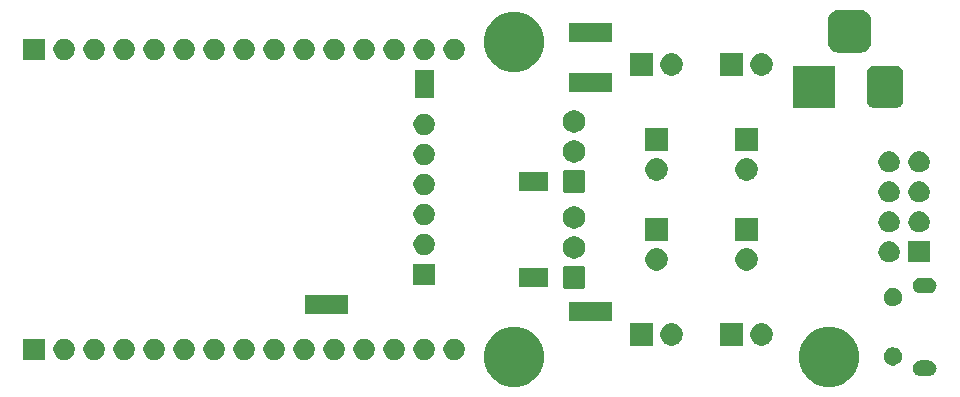
<source format=gbr>
G04 #@! TF.GenerationSoftware,KiCad,Pcbnew,(5.1.5-0-10_14)*
G04 #@! TF.CreationDate,2020-04-02T23:07:03-05:00*
G04 #@! TF.ProjectId,kbxIrBlaster,6b627849-7242-46c6-9173-7465722e6b69,rev?*
G04 #@! TF.SameCoordinates,Original*
G04 #@! TF.FileFunction,Soldermask,Bot*
G04 #@! TF.FilePolarity,Negative*
%FSLAX46Y46*%
G04 Gerber Fmt 4.6, Leading zero omitted, Abs format (unit mm)*
G04 Created by KiCad (PCBNEW (5.1.5-0-10_14)) date 2020-04-02 23:07:03*
%MOMM*%
%LPD*%
G04 APERTURE LIST*
%ADD10C,0.100000*%
G04 APERTURE END LIST*
D10*
G36*
X189339098Y-91527033D02*
G01*
X189803350Y-91719332D01*
X189803352Y-91719333D01*
X190221168Y-91998509D01*
X190576491Y-92353832D01*
X190806854Y-92698595D01*
X190855668Y-92771650D01*
X191047967Y-93235902D01*
X191146000Y-93728747D01*
X191146000Y-94231253D01*
X191047967Y-94724098D01*
X190895496Y-95092196D01*
X190855667Y-95188352D01*
X190576491Y-95606168D01*
X190221168Y-95961491D01*
X189803352Y-96240667D01*
X189803351Y-96240668D01*
X189803350Y-96240668D01*
X189339098Y-96432967D01*
X188846253Y-96531000D01*
X188343747Y-96531000D01*
X187850902Y-96432967D01*
X187386650Y-96240668D01*
X187386649Y-96240668D01*
X187386648Y-96240667D01*
X186968832Y-95961491D01*
X186613509Y-95606168D01*
X186334333Y-95188352D01*
X186294504Y-95092196D01*
X186142033Y-94724098D01*
X186044000Y-94231253D01*
X186044000Y-93728747D01*
X186142033Y-93235902D01*
X186334332Y-92771650D01*
X186383146Y-92698595D01*
X186613509Y-92353832D01*
X186968832Y-91998509D01*
X187386648Y-91719333D01*
X187386650Y-91719332D01*
X187850902Y-91527033D01*
X188343747Y-91429000D01*
X188846253Y-91429000D01*
X189339098Y-91527033D01*
G37*
G36*
X162669098Y-91527033D02*
G01*
X163133350Y-91719332D01*
X163133352Y-91719333D01*
X163551168Y-91998509D01*
X163906491Y-92353832D01*
X164136854Y-92698595D01*
X164185668Y-92771650D01*
X164377967Y-93235902D01*
X164476000Y-93728747D01*
X164476000Y-94231253D01*
X164377967Y-94724098D01*
X164225496Y-95092196D01*
X164185667Y-95188352D01*
X163906491Y-95606168D01*
X163551168Y-95961491D01*
X163133352Y-96240667D01*
X163133351Y-96240668D01*
X163133350Y-96240668D01*
X162669098Y-96432967D01*
X162176253Y-96531000D01*
X161673747Y-96531000D01*
X161180902Y-96432967D01*
X160716650Y-96240668D01*
X160716649Y-96240668D01*
X160716648Y-96240667D01*
X160298832Y-95961491D01*
X159943509Y-95606168D01*
X159664333Y-95188352D01*
X159624504Y-95092196D01*
X159472033Y-94724098D01*
X159374000Y-94231253D01*
X159374000Y-93728747D01*
X159472033Y-93235902D01*
X159664332Y-92771650D01*
X159713146Y-92698595D01*
X159943509Y-92353832D01*
X160298832Y-91998509D01*
X160716648Y-91719333D01*
X160716650Y-91719332D01*
X161180902Y-91527033D01*
X161673747Y-91429000D01*
X162176253Y-91429000D01*
X162669098Y-91527033D01*
G37*
G36*
X197104355Y-94292140D02*
G01*
X197168118Y-94298420D01*
X197258904Y-94325960D01*
X197290836Y-94335646D01*
X197403925Y-94396094D01*
X197503054Y-94477446D01*
X197584406Y-94576575D01*
X197644854Y-94689664D01*
X197644855Y-94689668D01*
X197682080Y-94812382D01*
X197694649Y-94940000D01*
X197682080Y-95067618D01*
X197674624Y-95092196D01*
X197644854Y-95190336D01*
X197584406Y-95303425D01*
X197503054Y-95402554D01*
X197403925Y-95483906D01*
X197290836Y-95544354D01*
X197258904Y-95554040D01*
X197168118Y-95581580D01*
X197104355Y-95587860D01*
X197072474Y-95591000D01*
X196308526Y-95591000D01*
X196276645Y-95587860D01*
X196212882Y-95581580D01*
X196122096Y-95554040D01*
X196090164Y-95544354D01*
X195977075Y-95483906D01*
X195877946Y-95402554D01*
X195796594Y-95303425D01*
X195736146Y-95190336D01*
X195706376Y-95092196D01*
X195698920Y-95067618D01*
X195686351Y-94940000D01*
X195698920Y-94812382D01*
X195736145Y-94689668D01*
X195736146Y-94689664D01*
X195796594Y-94576575D01*
X195877946Y-94477446D01*
X195977075Y-94396094D01*
X196090164Y-94335646D01*
X196122096Y-94325960D01*
X196212882Y-94298420D01*
X196276645Y-94292140D01*
X196308526Y-94289000D01*
X197072474Y-94289000D01*
X197104355Y-94292140D01*
G37*
G36*
X194216848Y-93193820D02*
G01*
X194216850Y-93193821D01*
X194216851Y-93193821D01*
X194358074Y-93252317D01*
X194358077Y-93252319D01*
X194485169Y-93337239D01*
X194593261Y-93445331D01*
X194678181Y-93572423D01*
X194678183Y-93572426D01*
X194736679Y-93713649D01*
X194736680Y-93713652D01*
X194766500Y-93863569D01*
X194766500Y-94016431D01*
X194760847Y-94044853D01*
X194736679Y-94166351D01*
X194678183Y-94307574D01*
X194678181Y-94307577D01*
X194593261Y-94434669D01*
X194485169Y-94542761D01*
X194358077Y-94627681D01*
X194358074Y-94627683D01*
X194216851Y-94686179D01*
X194216850Y-94686179D01*
X194216848Y-94686180D01*
X194066931Y-94716000D01*
X193914069Y-94716000D01*
X193764152Y-94686180D01*
X193764150Y-94686179D01*
X193764149Y-94686179D01*
X193622926Y-94627683D01*
X193622923Y-94627681D01*
X193495831Y-94542761D01*
X193387739Y-94434669D01*
X193302819Y-94307577D01*
X193302817Y-94307574D01*
X193244321Y-94166351D01*
X193220154Y-94044853D01*
X193214500Y-94016431D01*
X193214500Y-93863569D01*
X193244320Y-93713652D01*
X193244321Y-93713649D01*
X193302817Y-93572426D01*
X193302819Y-93572423D01*
X193387739Y-93445331D01*
X193495831Y-93337239D01*
X193622923Y-93252319D01*
X193622926Y-93252317D01*
X193764149Y-93193821D01*
X193764150Y-93193821D01*
X193764152Y-93193820D01*
X193914069Y-93164000D01*
X194066931Y-93164000D01*
X194216848Y-93193820D01*
G37*
G36*
X122186000Y-94246000D02*
G01*
X120384000Y-94246000D01*
X120384000Y-92444000D01*
X122186000Y-92444000D01*
X122186000Y-94246000D01*
G37*
G36*
X123938512Y-92448927D02*
G01*
X124087812Y-92478624D01*
X124251784Y-92546544D01*
X124399354Y-92645147D01*
X124524853Y-92770646D01*
X124623456Y-92918216D01*
X124691376Y-93082188D01*
X124726000Y-93256259D01*
X124726000Y-93433741D01*
X124691376Y-93607812D01*
X124623456Y-93771784D01*
X124524853Y-93919354D01*
X124399354Y-94044853D01*
X124251784Y-94143456D01*
X124087812Y-94211376D01*
X123938512Y-94241073D01*
X123913742Y-94246000D01*
X123736258Y-94246000D01*
X123711488Y-94241073D01*
X123562188Y-94211376D01*
X123398216Y-94143456D01*
X123250646Y-94044853D01*
X123125147Y-93919354D01*
X123026544Y-93771784D01*
X122958624Y-93607812D01*
X122924000Y-93433741D01*
X122924000Y-93256259D01*
X122958624Y-93082188D01*
X123026544Y-92918216D01*
X123125147Y-92770646D01*
X123250646Y-92645147D01*
X123398216Y-92546544D01*
X123562188Y-92478624D01*
X123711488Y-92448927D01*
X123736258Y-92444000D01*
X123913742Y-92444000D01*
X123938512Y-92448927D01*
G37*
G36*
X126478512Y-92448927D02*
G01*
X126627812Y-92478624D01*
X126791784Y-92546544D01*
X126939354Y-92645147D01*
X127064853Y-92770646D01*
X127163456Y-92918216D01*
X127231376Y-93082188D01*
X127266000Y-93256259D01*
X127266000Y-93433741D01*
X127231376Y-93607812D01*
X127163456Y-93771784D01*
X127064853Y-93919354D01*
X126939354Y-94044853D01*
X126791784Y-94143456D01*
X126627812Y-94211376D01*
X126478512Y-94241073D01*
X126453742Y-94246000D01*
X126276258Y-94246000D01*
X126251488Y-94241073D01*
X126102188Y-94211376D01*
X125938216Y-94143456D01*
X125790646Y-94044853D01*
X125665147Y-93919354D01*
X125566544Y-93771784D01*
X125498624Y-93607812D01*
X125464000Y-93433741D01*
X125464000Y-93256259D01*
X125498624Y-93082188D01*
X125566544Y-92918216D01*
X125665147Y-92770646D01*
X125790646Y-92645147D01*
X125938216Y-92546544D01*
X126102188Y-92478624D01*
X126251488Y-92448927D01*
X126276258Y-92444000D01*
X126453742Y-92444000D01*
X126478512Y-92448927D01*
G37*
G36*
X129018512Y-92448927D02*
G01*
X129167812Y-92478624D01*
X129331784Y-92546544D01*
X129479354Y-92645147D01*
X129604853Y-92770646D01*
X129703456Y-92918216D01*
X129771376Y-93082188D01*
X129806000Y-93256259D01*
X129806000Y-93433741D01*
X129771376Y-93607812D01*
X129703456Y-93771784D01*
X129604853Y-93919354D01*
X129479354Y-94044853D01*
X129331784Y-94143456D01*
X129167812Y-94211376D01*
X129018512Y-94241073D01*
X128993742Y-94246000D01*
X128816258Y-94246000D01*
X128791488Y-94241073D01*
X128642188Y-94211376D01*
X128478216Y-94143456D01*
X128330646Y-94044853D01*
X128205147Y-93919354D01*
X128106544Y-93771784D01*
X128038624Y-93607812D01*
X128004000Y-93433741D01*
X128004000Y-93256259D01*
X128038624Y-93082188D01*
X128106544Y-92918216D01*
X128205147Y-92770646D01*
X128330646Y-92645147D01*
X128478216Y-92546544D01*
X128642188Y-92478624D01*
X128791488Y-92448927D01*
X128816258Y-92444000D01*
X128993742Y-92444000D01*
X129018512Y-92448927D01*
G37*
G36*
X131558512Y-92448927D02*
G01*
X131707812Y-92478624D01*
X131871784Y-92546544D01*
X132019354Y-92645147D01*
X132144853Y-92770646D01*
X132243456Y-92918216D01*
X132311376Y-93082188D01*
X132346000Y-93256259D01*
X132346000Y-93433741D01*
X132311376Y-93607812D01*
X132243456Y-93771784D01*
X132144853Y-93919354D01*
X132019354Y-94044853D01*
X131871784Y-94143456D01*
X131707812Y-94211376D01*
X131558512Y-94241073D01*
X131533742Y-94246000D01*
X131356258Y-94246000D01*
X131331488Y-94241073D01*
X131182188Y-94211376D01*
X131018216Y-94143456D01*
X130870646Y-94044853D01*
X130745147Y-93919354D01*
X130646544Y-93771784D01*
X130578624Y-93607812D01*
X130544000Y-93433741D01*
X130544000Y-93256259D01*
X130578624Y-93082188D01*
X130646544Y-92918216D01*
X130745147Y-92770646D01*
X130870646Y-92645147D01*
X131018216Y-92546544D01*
X131182188Y-92478624D01*
X131331488Y-92448927D01*
X131356258Y-92444000D01*
X131533742Y-92444000D01*
X131558512Y-92448927D01*
G37*
G36*
X134098512Y-92448927D02*
G01*
X134247812Y-92478624D01*
X134411784Y-92546544D01*
X134559354Y-92645147D01*
X134684853Y-92770646D01*
X134783456Y-92918216D01*
X134851376Y-93082188D01*
X134886000Y-93256259D01*
X134886000Y-93433741D01*
X134851376Y-93607812D01*
X134783456Y-93771784D01*
X134684853Y-93919354D01*
X134559354Y-94044853D01*
X134411784Y-94143456D01*
X134247812Y-94211376D01*
X134098512Y-94241073D01*
X134073742Y-94246000D01*
X133896258Y-94246000D01*
X133871488Y-94241073D01*
X133722188Y-94211376D01*
X133558216Y-94143456D01*
X133410646Y-94044853D01*
X133285147Y-93919354D01*
X133186544Y-93771784D01*
X133118624Y-93607812D01*
X133084000Y-93433741D01*
X133084000Y-93256259D01*
X133118624Y-93082188D01*
X133186544Y-92918216D01*
X133285147Y-92770646D01*
X133410646Y-92645147D01*
X133558216Y-92546544D01*
X133722188Y-92478624D01*
X133871488Y-92448927D01*
X133896258Y-92444000D01*
X134073742Y-92444000D01*
X134098512Y-92448927D01*
G37*
G36*
X136638512Y-92448927D02*
G01*
X136787812Y-92478624D01*
X136951784Y-92546544D01*
X137099354Y-92645147D01*
X137224853Y-92770646D01*
X137323456Y-92918216D01*
X137391376Y-93082188D01*
X137426000Y-93256259D01*
X137426000Y-93433741D01*
X137391376Y-93607812D01*
X137323456Y-93771784D01*
X137224853Y-93919354D01*
X137099354Y-94044853D01*
X136951784Y-94143456D01*
X136787812Y-94211376D01*
X136638512Y-94241073D01*
X136613742Y-94246000D01*
X136436258Y-94246000D01*
X136411488Y-94241073D01*
X136262188Y-94211376D01*
X136098216Y-94143456D01*
X135950646Y-94044853D01*
X135825147Y-93919354D01*
X135726544Y-93771784D01*
X135658624Y-93607812D01*
X135624000Y-93433741D01*
X135624000Y-93256259D01*
X135658624Y-93082188D01*
X135726544Y-92918216D01*
X135825147Y-92770646D01*
X135950646Y-92645147D01*
X136098216Y-92546544D01*
X136262188Y-92478624D01*
X136411488Y-92448927D01*
X136436258Y-92444000D01*
X136613742Y-92444000D01*
X136638512Y-92448927D01*
G37*
G36*
X154418512Y-92448927D02*
G01*
X154567812Y-92478624D01*
X154731784Y-92546544D01*
X154879354Y-92645147D01*
X155004853Y-92770646D01*
X155103456Y-92918216D01*
X155171376Y-93082188D01*
X155206000Y-93256259D01*
X155206000Y-93433741D01*
X155171376Y-93607812D01*
X155103456Y-93771784D01*
X155004853Y-93919354D01*
X154879354Y-94044853D01*
X154731784Y-94143456D01*
X154567812Y-94211376D01*
X154418512Y-94241073D01*
X154393742Y-94246000D01*
X154216258Y-94246000D01*
X154191488Y-94241073D01*
X154042188Y-94211376D01*
X153878216Y-94143456D01*
X153730646Y-94044853D01*
X153605147Y-93919354D01*
X153506544Y-93771784D01*
X153438624Y-93607812D01*
X153404000Y-93433741D01*
X153404000Y-93256259D01*
X153438624Y-93082188D01*
X153506544Y-92918216D01*
X153605147Y-92770646D01*
X153730646Y-92645147D01*
X153878216Y-92546544D01*
X154042188Y-92478624D01*
X154191488Y-92448927D01*
X154216258Y-92444000D01*
X154393742Y-92444000D01*
X154418512Y-92448927D01*
G37*
G36*
X156958512Y-92448927D02*
G01*
X157107812Y-92478624D01*
X157271784Y-92546544D01*
X157419354Y-92645147D01*
X157544853Y-92770646D01*
X157643456Y-92918216D01*
X157711376Y-93082188D01*
X157746000Y-93256259D01*
X157746000Y-93433741D01*
X157711376Y-93607812D01*
X157643456Y-93771784D01*
X157544853Y-93919354D01*
X157419354Y-94044853D01*
X157271784Y-94143456D01*
X157107812Y-94211376D01*
X156958512Y-94241073D01*
X156933742Y-94246000D01*
X156756258Y-94246000D01*
X156731488Y-94241073D01*
X156582188Y-94211376D01*
X156418216Y-94143456D01*
X156270646Y-94044853D01*
X156145147Y-93919354D01*
X156046544Y-93771784D01*
X155978624Y-93607812D01*
X155944000Y-93433741D01*
X155944000Y-93256259D01*
X155978624Y-93082188D01*
X156046544Y-92918216D01*
X156145147Y-92770646D01*
X156270646Y-92645147D01*
X156418216Y-92546544D01*
X156582188Y-92478624D01*
X156731488Y-92448927D01*
X156756258Y-92444000D01*
X156933742Y-92444000D01*
X156958512Y-92448927D01*
G37*
G36*
X139178512Y-92448927D02*
G01*
X139327812Y-92478624D01*
X139491784Y-92546544D01*
X139639354Y-92645147D01*
X139764853Y-92770646D01*
X139863456Y-92918216D01*
X139931376Y-93082188D01*
X139966000Y-93256259D01*
X139966000Y-93433741D01*
X139931376Y-93607812D01*
X139863456Y-93771784D01*
X139764853Y-93919354D01*
X139639354Y-94044853D01*
X139491784Y-94143456D01*
X139327812Y-94211376D01*
X139178512Y-94241073D01*
X139153742Y-94246000D01*
X138976258Y-94246000D01*
X138951488Y-94241073D01*
X138802188Y-94211376D01*
X138638216Y-94143456D01*
X138490646Y-94044853D01*
X138365147Y-93919354D01*
X138266544Y-93771784D01*
X138198624Y-93607812D01*
X138164000Y-93433741D01*
X138164000Y-93256259D01*
X138198624Y-93082188D01*
X138266544Y-92918216D01*
X138365147Y-92770646D01*
X138490646Y-92645147D01*
X138638216Y-92546544D01*
X138802188Y-92478624D01*
X138951488Y-92448927D01*
X138976258Y-92444000D01*
X139153742Y-92444000D01*
X139178512Y-92448927D01*
G37*
G36*
X141718512Y-92448927D02*
G01*
X141867812Y-92478624D01*
X142031784Y-92546544D01*
X142179354Y-92645147D01*
X142304853Y-92770646D01*
X142403456Y-92918216D01*
X142471376Y-93082188D01*
X142506000Y-93256259D01*
X142506000Y-93433741D01*
X142471376Y-93607812D01*
X142403456Y-93771784D01*
X142304853Y-93919354D01*
X142179354Y-94044853D01*
X142031784Y-94143456D01*
X141867812Y-94211376D01*
X141718512Y-94241073D01*
X141693742Y-94246000D01*
X141516258Y-94246000D01*
X141491488Y-94241073D01*
X141342188Y-94211376D01*
X141178216Y-94143456D01*
X141030646Y-94044853D01*
X140905147Y-93919354D01*
X140806544Y-93771784D01*
X140738624Y-93607812D01*
X140704000Y-93433741D01*
X140704000Y-93256259D01*
X140738624Y-93082188D01*
X140806544Y-92918216D01*
X140905147Y-92770646D01*
X141030646Y-92645147D01*
X141178216Y-92546544D01*
X141342188Y-92478624D01*
X141491488Y-92448927D01*
X141516258Y-92444000D01*
X141693742Y-92444000D01*
X141718512Y-92448927D01*
G37*
G36*
X144258512Y-92448927D02*
G01*
X144407812Y-92478624D01*
X144571784Y-92546544D01*
X144719354Y-92645147D01*
X144844853Y-92770646D01*
X144943456Y-92918216D01*
X145011376Y-93082188D01*
X145046000Y-93256259D01*
X145046000Y-93433741D01*
X145011376Y-93607812D01*
X144943456Y-93771784D01*
X144844853Y-93919354D01*
X144719354Y-94044853D01*
X144571784Y-94143456D01*
X144407812Y-94211376D01*
X144258512Y-94241073D01*
X144233742Y-94246000D01*
X144056258Y-94246000D01*
X144031488Y-94241073D01*
X143882188Y-94211376D01*
X143718216Y-94143456D01*
X143570646Y-94044853D01*
X143445147Y-93919354D01*
X143346544Y-93771784D01*
X143278624Y-93607812D01*
X143244000Y-93433741D01*
X143244000Y-93256259D01*
X143278624Y-93082188D01*
X143346544Y-92918216D01*
X143445147Y-92770646D01*
X143570646Y-92645147D01*
X143718216Y-92546544D01*
X143882188Y-92478624D01*
X144031488Y-92448927D01*
X144056258Y-92444000D01*
X144233742Y-92444000D01*
X144258512Y-92448927D01*
G37*
G36*
X146798512Y-92448927D02*
G01*
X146947812Y-92478624D01*
X147111784Y-92546544D01*
X147259354Y-92645147D01*
X147384853Y-92770646D01*
X147483456Y-92918216D01*
X147551376Y-93082188D01*
X147586000Y-93256259D01*
X147586000Y-93433741D01*
X147551376Y-93607812D01*
X147483456Y-93771784D01*
X147384853Y-93919354D01*
X147259354Y-94044853D01*
X147111784Y-94143456D01*
X146947812Y-94211376D01*
X146798512Y-94241073D01*
X146773742Y-94246000D01*
X146596258Y-94246000D01*
X146571488Y-94241073D01*
X146422188Y-94211376D01*
X146258216Y-94143456D01*
X146110646Y-94044853D01*
X145985147Y-93919354D01*
X145886544Y-93771784D01*
X145818624Y-93607812D01*
X145784000Y-93433741D01*
X145784000Y-93256259D01*
X145818624Y-93082188D01*
X145886544Y-92918216D01*
X145985147Y-92770646D01*
X146110646Y-92645147D01*
X146258216Y-92546544D01*
X146422188Y-92478624D01*
X146571488Y-92448927D01*
X146596258Y-92444000D01*
X146773742Y-92444000D01*
X146798512Y-92448927D01*
G37*
G36*
X149338512Y-92448927D02*
G01*
X149487812Y-92478624D01*
X149651784Y-92546544D01*
X149799354Y-92645147D01*
X149924853Y-92770646D01*
X150023456Y-92918216D01*
X150091376Y-93082188D01*
X150126000Y-93256259D01*
X150126000Y-93433741D01*
X150091376Y-93607812D01*
X150023456Y-93771784D01*
X149924853Y-93919354D01*
X149799354Y-94044853D01*
X149651784Y-94143456D01*
X149487812Y-94211376D01*
X149338512Y-94241073D01*
X149313742Y-94246000D01*
X149136258Y-94246000D01*
X149111488Y-94241073D01*
X148962188Y-94211376D01*
X148798216Y-94143456D01*
X148650646Y-94044853D01*
X148525147Y-93919354D01*
X148426544Y-93771784D01*
X148358624Y-93607812D01*
X148324000Y-93433741D01*
X148324000Y-93256259D01*
X148358624Y-93082188D01*
X148426544Y-92918216D01*
X148525147Y-92770646D01*
X148650646Y-92645147D01*
X148798216Y-92546544D01*
X148962188Y-92478624D01*
X149111488Y-92448927D01*
X149136258Y-92444000D01*
X149313742Y-92444000D01*
X149338512Y-92448927D01*
G37*
G36*
X151878512Y-92448927D02*
G01*
X152027812Y-92478624D01*
X152191784Y-92546544D01*
X152339354Y-92645147D01*
X152464853Y-92770646D01*
X152563456Y-92918216D01*
X152631376Y-93082188D01*
X152666000Y-93256259D01*
X152666000Y-93433741D01*
X152631376Y-93607812D01*
X152563456Y-93771784D01*
X152464853Y-93919354D01*
X152339354Y-94044853D01*
X152191784Y-94143456D01*
X152027812Y-94211376D01*
X151878512Y-94241073D01*
X151853742Y-94246000D01*
X151676258Y-94246000D01*
X151651488Y-94241073D01*
X151502188Y-94211376D01*
X151338216Y-94143456D01*
X151190646Y-94044853D01*
X151065147Y-93919354D01*
X150966544Y-93771784D01*
X150898624Y-93607812D01*
X150864000Y-93433741D01*
X150864000Y-93256259D01*
X150898624Y-93082188D01*
X150966544Y-92918216D01*
X151065147Y-92770646D01*
X151190646Y-92645147D01*
X151338216Y-92546544D01*
X151502188Y-92478624D01*
X151651488Y-92448927D01*
X151676258Y-92444000D01*
X151853742Y-92444000D01*
X151878512Y-92448927D01*
G37*
G36*
X183157395Y-91160546D02*
G01*
X183330466Y-91232234D01*
X183330467Y-91232235D01*
X183486227Y-91336310D01*
X183618690Y-91468773D01*
X183671081Y-91547182D01*
X183722766Y-91624534D01*
X183794454Y-91797605D01*
X183831000Y-91981333D01*
X183831000Y-92168667D01*
X183794454Y-92352395D01*
X183722766Y-92525466D01*
X183708682Y-92546544D01*
X183618690Y-92681227D01*
X183486227Y-92813690D01*
X183407818Y-92866081D01*
X183330466Y-92917766D01*
X183157395Y-92989454D01*
X182973667Y-93026000D01*
X182786333Y-93026000D01*
X182602605Y-92989454D01*
X182429534Y-92917766D01*
X182352182Y-92866081D01*
X182273773Y-92813690D01*
X182141310Y-92681227D01*
X182051318Y-92546544D01*
X182037234Y-92525466D01*
X181965546Y-92352395D01*
X181929000Y-92168667D01*
X181929000Y-91981333D01*
X181965546Y-91797605D01*
X182037234Y-91624534D01*
X182088919Y-91547182D01*
X182141310Y-91468773D01*
X182273773Y-91336310D01*
X182429533Y-91232235D01*
X182429534Y-91232234D01*
X182602605Y-91160546D01*
X182786333Y-91124000D01*
X182973667Y-91124000D01*
X183157395Y-91160546D01*
G37*
G36*
X173671000Y-93026000D02*
G01*
X171769000Y-93026000D01*
X171769000Y-91124000D01*
X173671000Y-91124000D01*
X173671000Y-93026000D01*
G37*
G36*
X181291000Y-93026000D02*
G01*
X179389000Y-93026000D01*
X179389000Y-91124000D01*
X181291000Y-91124000D01*
X181291000Y-93026000D01*
G37*
G36*
X175537395Y-91160546D02*
G01*
X175710466Y-91232234D01*
X175710467Y-91232235D01*
X175866227Y-91336310D01*
X175998690Y-91468773D01*
X176051081Y-91547182D01*
X176102766Y-91624534D01*
X176174454Y-91797605D01*
X176211000Y-91981333D01*
X176211000Y-92168667D01*
X176174454Y-92352395D01*
X176102766Y-92525466D01*
X176088682Y-92546544D01*
X175998690Y-92681227D01*
X175866227Y-92813690D01*
X175787818Y-92866081D01*
X175710466Y-92917766D01*
X175537395Y-92989454D01*
X175353667Y-93026000D01*
X175166333Y-93026000D01*
X174982605Y-92989454D01*
X174809534Y-92917766D01*
X174732182Y-92866081D01*
X174653773Y-92813690D01*
X174521310Y-92681227D01*
X174431318Y-92546544D01*
X174417234Y-92525466D01*
X174345546Y-92352395D01*
X174309000Y-92168667D01*
X174309000Y-91981333D01*
X174345546Y-91797605D01*
X174417234Y-91624534D01*
X174468919Y-91547182D01*
X174521310Y-91468773D01*
X174653773Y-91336310D01*
X174809533Y-91232235D01*
X174809534Y-91232234D01*
X174982605Y-91160546D01*
X175166333Y-91124000D01*
X175353667Y-91124000D01*
X175537395Y-91160546D01*
G37*
G36*
X170253000Y-90971000D02*
G01*
X166551000Y-90971000D01*
X166551000Y-89369000D01*
X170253000Y-89369000D01*
X170253000Y-90971000D01*
G37*
G36*
X147901000Y-90336000D02*
G01*
X144199000Y-90336000D01*
X144199000Y-88734000D01*
X147901000Y-88734000D01*
X147901000Y-90336000D01*
G37*
G36*
X194216848Y-88193820D02*
G01*
X194216850Y-88193821D01*
X194216851Y-88193821D01*
X194358074Y-88252317D01*
X194358077Y-88252319D01*
X194485169Y-88337239D01*
X194593261Y-88445331D01*
X194678181Y-88572423D01*
X194678183Y-88572426D01*
X194736679Y-88713649D01*
X194766500Y-88863571D01*
X194766500Y-89016429D01*
X194736679Y-89166351D01*
X194678183Y-89307574D01*
X194678181Y-89307577D01*
X194593261Y-89434669D01*
X194485169Y-89542761D01*
X194358077Y-89627681D01*
X194358074Y-89627683D01*
X194216851Y-89686179D01*
X194216850Y-89686179D01*
X194216848Y-89686180D01*
X194066931Y-89716000D01*
X193914069Y-89716000D01*
X193764152Y-89686180D01*
X193764150Y-89686179D01*
X193764149Y-89686179D01*
X193622926Y-89627683D01*
X193622923Y-89627681D01*
X193495831Y-89542761D01*
X193387739Y-89434669D01*
X193302819Y-89307577D01*
X193302817Y-89307574D01*
X193244321Y-89166351D01*
X193214500Y-89016429D01*
X193214500Y-88863571D01*
X193244321Y-88713649D01*
X193302817Y-88572426D01*
X193302819Y-88572423D01*
X193387739Y-88445331D01*
X193495831Y-88337239D01*
X193622923Y-88252319D01*
X193622926Y-88252317D01*
X193764149Y-88193821D01*
X193764150Y-88193821D01*
X193764152Y-88193820D01*
X193914069Y-88164000D01*
X194066931Y-88164000D01*
X194216848Y-88193820D01*
G37*
G36*
X197104355Y-87292140D02*
G01*
X197168118Y-87298420D01*
X197258904Y-87325960D01*
X197290836Y-87335646D01*
X197403925Y-87396094D01*
X197503054Y-87477446D01*
X197584406Y-87576575D01*
X197644854Y-87689664D01*
X197644855Y-87689668D01*
X197682080Y-87812382D01*
X197694649Y-87940000D01*
X197682080Y-88067618D01*
X197665412Y-88122565D01*
X197644854Y-88190336D01*
X197584406Y-88303425D01*
X197503054Y-88402554D01*
X197403925Y-88483906D01*
X197290836Y-88544354D01*
X197258904Y-88554040D01*
X197168118Y-88581580D01*
X197104355Y-88587860D01*
X197072474Y-88591000D01*
X196308526Y-88591000D01*
X196276645Y-88587860D01*
X196212882Y-88581580D01*
X196122096Y-88554040D01*
X196090164Y-88544354D01*
X195977075Y-88483906D01*
X195877946Y-88402554D01*
X195796594Y-88303425D01*
X195736146Y-88190336D01*
X195715588Y-88122565D01*
X195698920Y-88067618D01*
X195686351Y-87940000D01*
X195698920Y-87812382D01*
X195736145Y-87689668D01*
X195736146Y-87689664D01*
X195796594Y-87576575D01*
X195877946Y-87477446D01*
X195977075Y-87396094D01*
X196090164Y-87335646D01*
X196122096Y-87325960D01*
X196212882Y-87298420D01*
X196276645Y-87292140D01*
X196308526Y-87289000D01*
X197072474Y-87289000D01*
X197104355Y-87292140D01*
G37*
G36*
X167815723Y-86301939D02*
G01*
X167848280Y-86311815D01*
X167878276Y-86327848D01*
X167904572Y-86349428D01*
X167926152Y-86375724D01*
X167942185Y-86405720D01*
X167952061Y-86438277D01*
X167956000Y-86478269D01*
X167956000Y-88019731D01*
X167952061Y-88059723D01*
X167942185Y-88092280D01*
X167926152Y-88122276D01*
X167904572Y-88148572D01*
X167878276Y-88170152D01*
X167848280Y-88186185D01*
X167815723Y-88196061D01*
X167775731Y-88200000D01*
X166234269Y-88200000D01*
X166194277Y-88196061D01*
X166161720Y-88186185D01*
X166131724Y-88170152D01*
X166105428Y-88148572D01*
X166083848Y-88122276D01*
X166067815Y-88092280D01*
X166057939Y-88059723D01*
X166054000Y-88019731D01*
X166054000Y-86478269D01*
X166057939Y-86438277D01*
X166067815Y-86405720D01*
X166083848Y-86375724D01*
X166105428Y-86349428D01*
X166131724Y-86327848D01*
X166161720Y-86311815D01*
X166194277Y-86301939D01*
X166234269Y-86298000D01*
X167775731Y-86298000D01*
X167815723Y-86301939D01*
G37*
G36*
X164777000Y-88050000D02*
G01*
X162375000Y-88050000D01*
X162375000Y-86448000D01*
X164777000Y-86448000D01*
X164777000Y-88050000D01*
G37*
G36*
X155206000Y-87896000D02*
G01*
X153404000Y-87896000D01*
X153404000Y-86094000D01*
X155206000Y-86094000D01*
X155206000Y-87896000D01*
G37*
G36*
X174267395Y-84810546D02*
G01*
X174440466Y-84882234D01*
X174440467Y-84882235D01*
X174596227Y-84986310D01*
X174728690Y-85118773D01*
X174728691Y-85118775D01*
X174832766Y-85274534D01*
X174904454Y-85447605D01*
X174941000Y-85631333D01*
X174941000Y-85818667D01*
X174904454Y-86002395D01*
X174832766Y-86175466D01*
X174832765Y-86175467D01*
X174728690Y-86331227D01*
X174596227Y-86463690D01*
X174574408Y-86478269D01*
X174440466Y-86567766D01*
X174267395Y-86639454D01*
X174083667Y-86676000D01*
X173896333Y-86676000D01*
X173712605Y-86639454D01*
X173539534Y-86567766D01*
X173405592Y-86478269D01*
X173383773Y-86463690D01*
X173251310Y-86331227D01*
X173147235Y-86175467D01*
X173147234Y-86175466D01*
X173075546Y-86002395D01*
X173039000Y-85818667D01*
X173039000Y-85631333D01*
X173075546Y-85447605D01*
X173147234Y-85274534D01*
X173251309Y-85118775D01*
X173251310Y-85118773D01*
X173383773Y-84986310D01*
X173539533Y-84882235D01*
X173539534Y-84882234D01*
X173712605Y-84810546D01*
X173896333Y-84774000D01*
X174083667Y-84774000D01*
X174267395Y-84810546D01*
G37*
G36*
X181887395Y-84810546D02*
G01*
X182060466Y-84882234D01*
X182060467Y-84882235D01*
X182216227Y-84986310D01*
X182348690Y-85118773D01*
X182348691Y-85118775D01*
X182452766Y-85274534D01*
X182524454Y-85447605D01*
X182561000Y-85631333D01*
X182561000Y-85818667D01*
X182524454Y-86002395D01*
X182452766Y-86175466D01*
X182452765Y-86175467D01*
X182348690Y-86331227D01*
X182216227Y-86463690D01*
X182194408Y-86478269D01*
X182060466Y-86567766D01*
X181887395Y-86639454D01*
X181703667Y-86676000D01*
X181516333Y-86676000D01*
X181332605Y-86639454D01*
X181159534Y-86567766D01*
X181025592Y-86478269D01*
X181003773Y-86463690D01*
X180871310Y-86331227D01*
X180767235Y-86175467D01*
X180767234Y-86175466D01*
X180695546Y-86002395D01*
X180659000Y-85818667D01*
X180659000Y-85631333D01*
X180695546Y-85447605D01*
X180767234Y-85274534D01*
X180871309Y-85118775D01*
X180871310Y-85118773D01*
X181003773Y-84986310D01*
X181159533Y-84882235D01*
X181159534Y-84882234D01*
X181332605Y-84810546D01*
X181516333Y-84774000D01*
X181703667Y-84774000D01*
X181887395Y-84810546D01*
G37*
G36*
X197116000Y-85991000D02*
G01*
X195314000Y-85991000D01*
X195314000Y-84189000D01*
X197116000Y-84189000D01*
X197116000Y-85991000D01*
G37*
G36*
X193779769Y-84192188D02*
G01*
X193937812Y-84223624D01*
X194101784Y-84291544D01*
X194249354Y-84390147D01*
X194374853Y-84515646D01*
X194473456Y-84663216D01*
X194541376Y-84827188D01*
X194571073Y-84976488D01*
X194573044Y-84986395D01*
X194576000Y-85001259D01*
X194576000Y-85178741D01*
X194541376Y-85352812D01*
X194473456Y-85516784D01*
X194374853Y-85664354D01*
X194249354Y-85789853D01*
X194101784Y-85888456D01*
X193937812Y-85956376D01*
X193788512Y-85986073D01*
X193763742Y-85991000D01*
X193586258Y-85991000D01*
X193561488Y-85986073D01*
X193412188Y-85956376D01*
X193248216Y-85888456D01*
X193100646Y-85789853D01*
X192975147Y-85664354D01*
X192876544Y-85516784D01*
X192808624Y-85352812D01*
X192774000Y-85178741D01*
X192774000Y-85001259D01*
X192776957Y-84986395D01*
X192778927Y-84976488D01*
X192808624Y-84827188D01*
X192876544Y-84663216D01*
X192975147Y-84515646D01*
X193100646Y-84390147D01*
X193248216Y-84291544D01*
X193412188Y-84223624D01*
X193570231Y-84192188D01*
X193586258Y-84189000D01*
X193763742Y-84189000D01*
X193779769Y-84192188D01*
G37*
G36*
X167282395Y-83794546D02*
G01*
X167455466Y-83866234D01*
X167532818Y-83917919D01*
X167611227Y-83970310D01*
X167743690Y-84102773D01*
X167743691Y-84102775D01*
X167847766Y-84258534D01*
X167919454Y-84431605D01*
X167956000Y-84615333D01*
X167956000Y-84802667D01*
X167919454Y-84986395D01*
X167847766Y-85159466D01*
X167847765Y-85159467D01*
X167743690Y-85315227D01*
X167611227Y-85447690D01*
X167532818Y-85500081D01*
X167455466Y-85551766D01*
X167282395Y-85623454D01*
X167098667Y-85660000D01*
X166911333Y-85660000D01*
X166727605Y-85623454D01*
X166554534Y-85551766D01*
X166477182Y-85500081D01*
X166398773Y-85447690D01*
X166266310Y-85315227D01*
X166162235Y-85159467D01*
X166162234Y-85159466D01*
X166090546Y-84986395D01*
X166054000Y-84802667D01*
X166054000Y-84615333D01*
X166090546Y-84431605D01*
X166162234Y-84258534D01*
X166266309Y-84102775D01*
X166266310Y-84102773D01*
X166398773Y-83970310D01*
X166477182Y-83917919D01*
X166554534Y-83866234D01*
X166727605Y-83794546D01*
X166911333Y-83758000D01*
X167098667Y-83758000D01*
X167282395Y-83794546D01*
G37*
G36*
X154418512Y-83558927D02*
G01*
X154567812Y-83588624D01*
X154731784Y-83656544D01*
X154879354Y-83755147D01*
X155004853Y-83880646D01*
X155103456Y-84028216D01*
X155171376Y-84192188D01*
X155206000Y-84366259D01*
X155206000Y-84543741D01*
X155171376Y-84717812D01*
X155103456Y-84881784D01*
X155004853Y-85029354D01*
X154879354Y-85154853D01*
X154731784Y-85253456D01*
X154567812Y-85321376D01*
X154418512Y-85351073D01*
X154393742Y-85356000D01*
X154216258Y-85356000D01*
X154191488Y-85351073D01*
X154042188Y-85321376D01*
X153878216Y-85253456D01*
X153730646Y-85154853D01*
X153605147Y-85029354D01*
X153506544Y-84881784D01*
X153438624Y-84717812D01*
X153404000Y-84543741D01*
X153404000Y-84366259D01*
X153438624Y-84192188D01*
X153506544Y-84028216D01*
X153605147Y-83880646D01*
X153730646Y-83755147D01*
X153878216Y-83656544D01*
X154042188Y-83588624D01*
X154191488Y-83558927D01*
X154216258Y-83554000D01*
X154393742Y-83554000D01*
X154418512Y-83558927D01*
G37*
G36*
X174941000Y-84136000D02*
G01*
X173039000Y-84136000D01*
X173039000Y-82234000D01*
X174941000Y-82234000D01*
X174941000Y-84136000D01*
G37*
G36*
X182561000Y-84136000D02*
G01*
X180659000Y-84136000D01*
X180659000Y-82234000D01*
X182561000Y-82234000D01*
X182561000Y-84136000D01*
G37*
G36*
X193779769Y-81652188D02*
G01*
X193937812Y-81683624D01*
X194101784Y-81751544D01*
X194249354Y-81850147D01*
X194374853Y-81975646D01*
X194473456Y-82123216D01*
X194541376Y-82287188D01*
X194571073Y-82436488D01*
X194573044Y-82446395D01*
X194576000Y-82461259D01*
X194576000Y-82638741D01*
X194541376Y-82812812D01*
X194473456Y-82976784D01*
X194374853Y-83124354D01*
X194249354Y-83249853D01*
X194101784Y-83348456D01*
X193937812Y-83416376D01*
X193788512Y-83446073D01*
X193763742Y-83451000D01*
X193586258Y-83451000D01*
X193561488Y-83446073D01*
X193412188Y-83416376D01*
X193248216Y-83348456D01*
X193100646Y-83249853D01*
X192975147Y-83124354D01*
X192876544Y-82976784D01*
X192808624Y-82812812D01*
X192774000Y-82638741D01*
X192774000Y-82461259D01*
X192776957Y-82446395D01*
X192778927Y-82436488D01*
X192808624Y-82287188D01*
X192876544Y-82123216D01*
X192975147Y-81975646D01*
X193100646Y-81850147D01*
X193248216Y-81751544D01*
X193412188Y-81683624D01*
X193570231Y-81652188D01*
X193586258Y-81649000D01*
X193763742Y-81649000D01*
X193779769Y-81652188D01*
G37*
G36*
X196319769Y-81652188D02*
G01*
X196477812Y-81683624D01*
X196641784Y-81751544D01*
X196789354Y-81850147D01*
X196914853Y-81975646D01*
X197013456Y-82123216D01*
X197081376Y-82287188D01*
X197111073Y-82436488D01*
X197113044Y-82446395D01*
X197116000Y-82461259D01*
X197116000Y-82638741D01*
X197081376Y-82812812D01*
X197013456Y-82976784D01*
X196914853Y-83124354D01*
X196789354Y-83249853D01*
X196641784Y-83348456D01*
X196477812Y-83416376D01*
X196328512Y-83446073D01*
X196303742Y-83451000D01*
X196126258Y-83451000D01*
X196101488Y-83446073D01*
X195952188Y-83416376D01*
X195788216Y-83348456D01*
X195640646Y-83249853D01*
X195515147Y-83124354D01*
X195416544Y-82976784D01*
X195348624Y-82812812D01*
X195314000Y-82638741D01*
X195314000Y-82461259D01*
X195316957Y-82446395D01*
X195318927Y-82436488D01*
X195348624Y-82287188D01*
X195416544Y-82123216D01*
X195515147Y-81975646D01*
X195640646Y-81850147D01*
X195788216Y-81751544D01*
X195952188Y-81683624D01*
X196110231Y-81652188D01*
X196126258Y-81649000D01*
X196303742Y-81649000D01*
X196319769Y-81652188D01*
G37*
G36*
X167282395Y-81254546D02*
G01*
X167455466Y-81326234D01*
X167532818Y-81377919D01*
X167611227Y-81430310D01*
X167743690Y-81562773D01*
X167743691Y-81562775D01*
X167847766Y-81718534D01*
X167919454Y-81891605D01*
X167956000Y-82075333D01*
X167956000Y-82262667D01*
X167919454Y-82446395D01*
X167847766Y-82619466D01*
X167847765Y-82619467D01*
X167743690Y-82775227D01*
X167611227Y-82907690D01*
X167532818Y-82960081D01*
X167455466Y-83011766D01*
X167282395Y-83083454D01*
X167098667Y-83120000D01*
X166911333Y-83120000D01*
X166727605Y-83083454D01*
X166554534Y-83011766D01*
X166477182Y-82960081D01*
X166398773Y-82907690D01*
X166266310Y-82775227D01*
X166162235Y-82619467D01*
X166162234Y-82619466D01*
X166090546Y-82446395D01*
X166054000Y-82262667D01*
X166054000Y-82075333D01*
X166090546Y-81891605D01*
X166162234Y-81718534D01*
X166266309Y-81562775D01*
X166266310Y-81562773D01*
X166398773Y-81430310D01*
X166477182Y-81377919D01*
X166554534Y-81326234D01*
X166727605Y-81254546D01*
X166911333Y-81218000D01*
X167098667Y-81218000D01*
X167282395Y-81254546D01*
G37*
G36*
X154418512Y-81018927D02*
G01*
X154567812Y-81048624D01*
X154731784Y-81116544D01*
X154879354Y-81215147D01*
X155004853Y-81340646D01*
X155103456Y-81488216D01*
X155171376Y-81652188D01*
X155206000Y-81826259D01*
X155206000Y-82003741D01*
X155171376Y-82177812D01*
X155103456Y-82341784D01*
X155004853Y-82489354D01*
X154879354Y-82614853D01*
X154731784Y-82713456D01*
X154567812Y-82781376D01*
X154418512Y-82811073D01*
X154393742Y-82816000D01*
X154216258Y-82816000D01*
X154191488Y-82811073D01*
X154042188Y-82781376D01*
X153878216Y-82713456D01*
X153730646Y-82614853D01*
X153605147Y-82489354D01*
X153506544Y-82341784D01*
X153438624Y-82177812D01*
X153404000Y-82003741D01*
X153404000Y-81826259D01*
X153438624Y-81652188D01*
X153506544Y-81488216D01*
X153605147Y-81340646D01*
X153730646Y-81215147D01*
X153878216Y-81116544D01*
X154042188Y-81048624D01*
X154191488Y-81018927D01*
X154216258Y-81014000D01*
X154393742Y-81014000D01*
X154418512Y-81018927D01*
G37*
G36*
X193779769Y-79112188D02*
G01*
X193937812Y-79143624D01*
X194101784Y-79211544D01*
X194249354Y-79310147D01*
X194374853Y-79435646D01*
X194473456Y-79583216D01*
X194541376Y-79747188D01*
X194576000Y-79921259D01*
X194576000Y-80098741D01*
X194541376Y-80272812D01*
X194473456Y-80436784D01*
X194374853Y-80584354D01*
X194249354Y-80709853D01*
X194101784Y-80808456D01*
X193937812Y-80876376D01*
X193788512Y-80906073D01*
X193763742Y-80911000D01*
X193586258Y-80911000D01*
X193561488Y-80906073D01*
X193412188Y-80876376D01*
X193248216Y-80808456D01*
X193100646Y-80709853D01*
X192975147Y-80584354D01*
X192876544Y-80436784D01*
X192808624Y-80272812D01*
X192774000Y-80098741D01*
X192774000Y-79921259D01*
X192808624Y-79747188D01*
X192876544Y-79583216D01*
X192975147Y-79435646D01*
X193100646Y-79310147D01*
X193248216Y-79211544D01*
X193412188Y-79143624D01*
X193570231Y-79112188D01*
X193586258Y-79109000D01*
X193763742Y-79109000D01*
X193779769Y-79112188D01*
G37*
G36*
X196319769Y-79112188D02*
G01*
X196477812Y-79143624D01*
X196641784Y-79211544D01*
X196789354Y-79310147D01*
X196914853Y-79435646D01*
X197013456Y-79583216D01*
X197081376Y-79747188D01*
X197116000Y-79921259D01*
X197116000Y-80098741D01*
X197081376Y-80272812D01*
X197013456Y-80436784D01*
X196914853Y-80584354D01*
X196789354Y-80709853D01*
X196641784Y-80808456D01*
X196477812Y-80876376D01*
X196328512Y-80906073D01*
X196303742Y-80911000D01*
X196126258Y-80911000D01*
X196101488Y-80906073D01*
X195952188Y-80876376D01*
X195788216Y-80808456D01*
X195640646Y-80709853D01*
X195515147Y-80584354D01*
X195416544Y-80436784D01*
X195348624Y-80272812D01*
X195314000Y-80098741D01*
X195314000Y-79921259D01*
X195348624Y-79747188D01*
X195416544Y-79583216D01*
X195515147Y-79435646D01*
X195640646Y-79310147D01*
X195788216Y-79211544D01*
X195952188Y-79143624D01*
X196110231Y-79112188D01*
X196126258Y-79109000D01*
X196303742Y-79109000D01*
X196319769Y-79112188D01*
G37*
G36*
X154418512Y-78478927D02*
G01*
X154567812Y-78508624D01*
X154731784Y-78576544D01*
X154879354Y-78675147D01*
X155004853Y-78800646D01*
X155103456Y-78948216D01*
X155171376Y-79112188D01*
X155206000Y-79286259D01*
X155206000Y-79463741D01*
X155171376Y-79637812D01*
X155103456Y-79801784D01*
X155004853Y-79949354D01*
X154879354Y-80074853D01*
X154731784Y-80173456D01*
X154567812Y-80241376D01*
X154418512Y-80271073D01*
X154393742Y-80276000D01*
X154216258Y-80276000D01*
X154191488Y-80271073D01*
X154042188Y-80241376D01*
X153878216Y-80173456D01*
X153730646Y-80074853D01*
X153605147Y-79949354D01*
X153506544Y-79801784D01*
X153438624Y-79637812D01*
X153404000Y-79463741D01*
X153404000Y-79286259D01*
X153438624Y-79112188D01*
X153506544Y-78948216D01*
X153605147Y-78800646D01*
X153730646Y-78675147D01*
X153878216Y-78576544D01*
X154042188Y-78508624D01*
X154191488Y-78478927D01*
X154216258Y-78474000D01*
X154393742Y-78474000D01*
X154418512Y-78478927D01*
G37*
G36*
X167815723Y-78173939D02*
G01*
X167848280Y-78183815D01*
X167878276Y-78199848D01*
X167904572Y-78221428D01*
X167926152Y-78247724D01*
X167942185Y-78277720D01*
X167952061Y-78310277D01*
X167956000Y-78350269D01*
X167956000Y-79891731D01*
X167952061Y-79931723D01*
X167942185Y-79964280D01*
X167926152Y-79994276D01*
X167904572Y-80020572D01*
X167878276Y-80042152D01*
X167848280Y-80058185D01*
X167815723Y-80068061D01*
X167775731Y-80072000D01*
X166234269Y-80072000D01*
X166194277Y-80068061D01*
X166161720Y-80058185D01*
X166131724Y-80042152D01*
X166105428Y-80020572D01*
X166083848Y-79994276D01*
X166067815Y-79964280D01*
X166057939Y-79931723D01*
X166054000Y-79891731D01*
X166054000Y-78350269D01*
X166057939Y-78310277D01*
X166067815Y-78277720D01*
X166083848Y-78247724D01*
X166105428Y-78221428D01*
X166131724Y-78199848D01*
X166161720Y-78183815D01*
X166194277Y-78173939D01*
X166234269Y-78170000D01*
X167775731Y-78170000D01*
X167815723Y-78173939D01*
G37*
G36*
X164777000Y-79922000D02*
G01*
X162375000Y-79922000D01*
X162375000Y-78320000D01*
X164777000Y-78320000D01*
X164777000Y-79922000D01*
G37*
G36*
X181887395Y-77190546D02*
G01*
X182060466Y-77262234D01*
X182060467Y-77262235D01*
X182216227Y-77366310D01*
X182348690Y-77498773D01*
X182348691Y-77498775D01*
X182452766Y-77654534D01*
X182524454Y-77827605D01*
X182561000Y-78011333D01*
X182561000Y-78198667D01*
X182524454Y-78382395D01*
X182452766Y-78555466D01*
X182452765Y-78555467D01*
X182348690Y-78711227D01*
X182216227Y-78843690D01*
X182137818Y-78896081D01*
X182060466Y-78947766D01*
X181887395Y-79019454D01*
X181703667Y-79056000D01*
X181516333Y-79056000D01*
X181332605Y-79019454D01*
X181159534Y-78947766D01*
X181082182Y-78896081D01*
X181003773Y-78843690D01*
X180871310Y-78711227D01*
X180767235Y-78555467D01*
X180767234Y-78555466D01*
X180695546Y-78382395D01*
X180659000Y-78198667D01*
X180659000Y-78011333D01*
X180695546Y-77827605D01*
X180767234Y-77654534D01*
X180871309Y-77498775D01*
X180871310Y-77498773D01*
X181003773Y-77366310D01*
X181159533Y-77262235D01*
X181159534Y-77262234D01*
X181332605Y-77190546D01*
X181516333Y-77154000D01*
X181703667Y-77154000D01*
X181887395Y-77190546D01*
G37*
G36*
X174267395Y-77190546D02*
G01*
X174440466Y-77262234D01*
X174440467Y-77262235D01*
X174596227Y-77366310D01*
X174728690Y-77498773D01*
X174728691Y-77498775D01*
X174832766Y-77654534D01*
X174904454Y-77827605D01*
X174941000Y-78011333D01*
X174941000Y-78198667D01*
X174904454Y-78382395D01*
X174832766Y-78555466D01*
X174832765Y-78555467D01*
X174728690Y-78711227D01*
X174596227Y-78843690D01*
X174517818Y-78896081D01*
X174440466Y-78947766D01*
X174267395Y-79019454D01*
X174083667Y-79056000D01*
X173896333Y-79056000D01*
X173712605Y-79019454D01*
X173539534Y-78947766D01*
X173462182Y-78896081D01*
X173383773Y-78843690D01*
X173251310Y-78711227D01*
X173147235Y-78555467D01*
X173147234Y-78555466D01*
X173075546Y-78382395D01*
X173039000Y-78198667D01*
X173039000Y-78011333D01*
X173075546Y-77827605D01*
X173147234Y-77654534D01*
X173251309Y-77498775D01*
X173251310Y-77498773D01*
X173383773Y-77366310D01*
X173539533Y-77262235D01*
X173539534Y-77262234D01*
X173712605Y-77190546D01*
X173896333Y-77154000D01*
X174083667Y-77154000D01*
X174267395Y-77190546D01*
G37*
G36*
X193779769Y-76572188D02*
G01*
X193937812Y-76603624D01*
X194101784Y-76671544D01*
X194249354Y-76770147D01*
X194374853Y-76895646D01*
X194473456Y-77043216D01*
X194541376Y-77207188D01*
X194576000Y-77381259D01*
X194576000Y-77558741D01*
X194541376Y-77732812D01*
X194473456Y-77896784D01*
X194374853Y-78044354D01*
X194249354Y-78169853D01*
X194101784Y-78268456D01*
X193937812Y-78336376D01*
X193788512Y-78366073D01*
X193763742Y-78371000D01*
X193586258Y-78371000D01*
X193561488Y-78366073D01*
X193412188Y-78336376D01*
X193248216Y-78268456D01*
X193100646Y-78169853D01*
X192975147Y-78044354D01*
X192876544Y-77896784D01*
X192808624Y-77732812D01*
X192774000Y-77558741D01*
X192774000Y-77381259D01*
X192808624Y-77207188D01*
X192876544Y-77043216D01*
X192975147Y-76895646D01*
X193100646Y-76770147D01*
X193248216Y-76671544D01*
X193412188Y-76603624D01*
X193570231Y-76572188D01*
X193586258Y-76569000D01*
X193763742Y-76569000D01*
X193779769Y-76572188D01*
G37*
G36*
X196319769Y-76572188D02*
G01*
X196477812Y-76603624D01*
X196641784Y-76671544D01*
X196789354Y-76770147D01*
X196914853Y-76895646D01*
X197013456Y-77043216D01*
X197081376Y-77207188D01*
X197116000Y-77381259D01*
X197116000Y-77558741D01*
X197081376Y-77732812D01*
X197013456Y-77896784D01*
X196914853Y-78044354D01*
X196789354Y-78169853D01*
X196641784Y-78268456D01*
X196477812Y-78336376D01*
X196328512Y-78366073D01*
X196303742Y-78371000D01*
X196126258Y-78371000D01*
X196101488Y-78366073D01*
X195952188Y-78336376D01*
X195788216Y-78268456D01*
X195640646Y-78169853D01*
X195515147Y-78044354D01*
X195416544Y-77896784D01*
X195348624Y-77732812D01*
X195314000Y-77558741D01*
X195314000Y-77381259D01*
X195348624Y-77207188D01*
X195416544Y-77043216D01*
X195515147Y-76895646D01*
X195640646Y-76770147D01*
X195788216Y-76671544D01*
X195952188Y-76603624D01*
X196110231Y-76572188D01*
X196126258Y-76569000D01*
X196303742Y-76569000D01*
X196319769Y-76572188D01*
G37*
G36*
X154418512Y-75938927D02*
G01*
X154567812Y-75968624D01*
X154731784Y-76036544D01*
X154879354Y-76135147D01*
X155004853Y-76260646D01*
X155103456Y-76408216D01*
X155171376Y-76572188D01*
X155206000Y-76746259D01*
X155206000Y-76923741D01*
X155171376Y-77097812D01*
X155103456Y-77261784D01*
X155004853Y-77409354D01*
X154879354Y-77534853D01*
X154731784Y-77633456D01*
X154567812Y-77701376D01*
X154418512Y-77731073D01*
X154393742Y-77736000D01*
X154216258Y-77736000D01*
X154191488Y-77731073D01*
X154042188Y-77701376D01*
X153878216Y-77633456D01*
X153730646Y-77534853D01*
X153605147Y-77409354D01*
X153506544Y-77261784D01*
X153438624Y-77097812D01*
X153404000Y-76923741D01*
X153404000Y-76746259D01*
X153438624Y-76572188D01*
X153506544Y-76408216D01*
X153605147Y-76260646D01*
X153730646Y-76135147D01*
X153878216Y-76036544D01*
X154042188Y-75968624D01*
X154191488Y-75938927D01*
X154216258Y-75934000D01*
X154393742Y-75934000D01*
X154418512Y-75938927D01*
G37*
G36*
X167282395Y-75666546D02*
G01*
X167455466Y-75738234D01*
X167455467Y-75738235D01*
X167611227Y-75842310D01*
X167743690Y-75974773D01*
X167743691Y-75974775D01*
X167847766Y-76130534D01*
X167919454Y-76303605D01*
X167956000Y-76487333D01*
X167956000Y-76674667D01*
X167919454Y-76858395D01*
X167847766Y-77031466D01*
X167803436Y-77097811D01*
X167743690Y-77187227D01*
X167611227Y-77319690D01*
X167541456Y-77366309D01*
X167455466Y-77423766D01*
X167282395Y-77495454D01*
X167098667Y-77532000D01*
X166911333Y-77532000D01*
X166727605Y-77495454D01*
X166554534Y-77423766D01*
X166468544Y-77366309D01*
X166398773Y-77319690D01*
X166266310Y-77187227D01*
X166206564Y-77097811D01*
X166162234Y-77031466D01*
X166090546Y-76858395D01*
X166054000Y-76674667D01*
X166054000Y-76487333D01*
X166090546Y-76303605D01*
X166162234Y-76130534D01*
X166266309Y-75974775D01*
X166266310Y-75974773D01*
X166398773Y-75842310D01*
X166554533Y-75738235D01*
X166554534Y-75738234D01*
X166727605Y-75666546D01*
X166911333Y-75630000D01*
X167098667Y-75630000D01*
X167282395Y-75666546D01*
G37*
G36*
X174941000Y-76516000D02*
G01*
X173039000Y-76516000D01*
X173039000Y-74614000D01*
X174941000Y-74614000D01*
X174941000Y-76516000D01*
G37*
G36*
X182561000Y-76516000D02*
G01*
X180659000Y-76516000D01*
X180659000Y-74614000D01*
X182561000Y-74614000D01*
X182561000Y-76516000D01*
G37*
G36*
X154418512Y-73398927D02*
G01*
X154567812Y-73428624D01*
X154731784Y-73496544D01*
X154879354Y-73595147D01*
X155004853Y-73720646D01*
X155103456Y-73868216D01*
X155171376Y-74032188D01*
X155206000Y-74206259D01*
X155206000Y-74383741D01*
X155171376Y-74557812D01*
X155103456Y-74721784D01*
X155004853Y-74869354D01*
X154879354Y-74994853D01*
X154731784Y-75093456D01*
X154567812Y-75161376D01*
X154418512Y-75191073D01*
X154393742Y-75196000D01*
X154216258Y-75196000D01*
X154191488Y-75191073D01*
X154042188Y-75161376D01*
X153878216Y-75093456D01*
X153730646Y-74994853D01*
X153605147Y-74869354D01*
X153506544Y-74721784D01*
X153438624Y-74557812D01*
X153404000Y-74383741D01*
X153404000Y-74206259D01*
X153438624Y-74032188D01*
X153506544Y-73868216D01*
X153605147Y-73720646D01*
X153730646Y-73595147D01*
X153878216Y-73496544D01*
X154042188Y-73428624D01*
X154191488Y-73398927D01*
X154216258Y-73394000D01*
X154393742Y-73394000D01*
X154418512Y-73398927D01*
G37*
G36*
X167282395Y-73126546D02*
G01*
X167455466Y-73198234D01*
X167455467Y-73198235D01*
X167611227Y-73302310D01*
X167743690Y-73434773D01*
X167743691Y-73434775D01*
X167847766Y-73590534D01*
X167919454Y-73763605D01*
X167956000Y-73947333D01*
X167956000Y-74134667D01*
X167919454Y-74318395D01*
X167847766Y-74491466D01*
X167847765Y-74491467D01*
X167743690Y-74647227D01*
X167611227Y-74779690D01*
X167532818Y-74832081D01*
X167455466Y-74883766D01*
X167282395Y-74955454D01*
X167098667Y-74992000D01*
X166911333Y-74992000D01*
X166727605Y-74955454D01*
X166554534Y-74883766D01*
X166477182Y-74832081D01*
X166398773Y-74779690D01*
X166266310Y-74647227D01*
X166162235Y-74491467D01*
X166162234Y-74491466D01*
X166090546Y-74318395D01*
X166054000Y-74134667D01*
X166054000Y-73947333D01*
X166090546Y-73763605D01*
X166162234Y-73590534D01*
X166266309Y-73434775D01*
X166266310Y-73434773D01*
X166398773Y-73302310D01*
X166554533Y-73198235D01*
X166554534Y-73198234D01*
X166727605Y-73126546D01*
X166911333Y-73090000D01*
X167098667Y-73090000D01*
X167282395Y-73126546D01*
G37*
G36*
X194301979Y-69333293D02*
G01*
X194435625Y-69373834D01*
X194558784Y-69439664D01*
X194666740Y-69528260D01*
X194755336Y-69636216D01*
X194821166Y-69759375D01*
X194861707Y-69893021D01*
X194876000Y-70038140D01*
X194876000Y-72201860D01*
X194861707Y-72346979D01*
X194821166Y-72480625D01*
X194755336Y-72603784D01*
X194666740Y-72711740D01*
X194558784Y-72800336D01*
X194435625Y-72866166D01*
X194301979Y-72906707D01*
X194156860Y-72921000D01*
X192493140Y-72921000D01*
X192348021Y-72906707D01*
X192214375Y-72866166D01*
X192091216Y-72800336D01*
X191983260Y-72711740D01*
X191894664Y-72603784D01*
X191828834Y-72480625D01*
X191788293Y-72346979D01*
X191774000Y-72201860D01*
X191774000Y-70038140D01*
X191788293Y-69893021D01*
X191828834Y-69759375D01*
X191894664Y-69636216D01*
X191983260Y-69528260D01*
X192091216Y-69439664D01*
X192214375Y-69373834D01*
X192348021Y-69333293D01*
X192493140Y-69319000D01*
X194156860Y-69319000D01*
X194301979Y-69333293D01*
G37*
G36*
X189126000Y-72921000D02*
G01*
X185524000Y-72921000D01*
X185524000Y-69319000D01*
X189126000Y-69319000D01*
X189126000Y-72921000D01*
G37*
G36*
X155106000Y-72067000D02*
G01*
X153504000Y-72067000D01*
X153504000Y-69665000D01*
X155106000Y-69665000D01*
X155106000Y-72067000D01*
G37*
G36*
X170253000Y-71540000D02*
G01*
X166551000Y-71540000D01*
X166551000Y-69938000D01*
X170253000Y-69938000D01*
X170253000Y-71540000D01*
G37*
G36*
X173671000Y-70166000D02*
G01*
X171769000Y-70166000D01*
X171769000Y-68264000D01*
X173671000Y-68264000D01*
X173671000Y-70166000D01*
G37*
G36*
X183157395Y-68300546D02*
G01*
X183330466Y-68372234D01*
X183330467Y-68372235D01*
X183486227Y-68476310D01*
X183618690Y-68608773D01*
X183618691Y-68608775D01*
X183722766Y-68764534D01*
X183794454Y-68937605D01*
X183831000Y-69121333D01*
X183831000Y-69308667D01*
X183794454Y-69492395D01*
X183722766Y-69665466D01*
X183722765Y-69665467D01*
X183618690Y-69821227D01*
X183486227Y-69953690D01*
X183407818Y-70006081D01*
X183330466Y-70057766D01*
X183157395Y-70129454D01*
X182973667Y-70166000D01*
X182786333Y-70166000D01*
X182602605Y-70129454D01*
X182429534Y-70057766D01*
X182352182Y-70006081D01*
X182273773Y-69953690D01*
X182141310Y-69821227D01*
X182037235Y-69665467D01*
X182037234Y-69665466D01*
X181965546Y-69492395D01*
X181929000Y-69308667D01*
X181929000Y-69121333D01*
X181965546Y-68937605D01*
X182037234Y-68764534D01*
X182141309Y-68608775D01*
X182141310Y-68608773D01*
X182273773Y-68476310D01*
X182429533Y-68372235D01*
X182429534Y-68372234D01*
X182602605Y-68300546D01*
X182786333Y-68264000D01*
X182973667Y-68264000D01*
X183157395Y-68300546D01*
G37*
G36*
X181291000Y-70166000D02*
G01*
X179389000Y-70166000D01*
X179389000Y-68264000D01*
X181291000Y-68264000D01*
X181291000Y-70166000D01*
G37*
G36*
X175537395Y-68300546D02*
G01*
X175710466Y-68372234D01*
X175710467Y-68372235D01*
X175866227Y-68476310D01*
X175998690Y-68608773D01*
X175998691Y-68608775D01*
X176102766Y-68764534D01*
X176174454Y-68937605D01*
X176211000Y-69121333D01*
X176211000Y-69308667D01*
X176174454Y-69492395D01*
X176102766Y-69665466D01*
X176102765Y-69665467D01*
X175998690Y-69821227D01*
X175866227Y-69953690D01*
X175787818Y-70006081D01*
X175710466Y-70057766D01*
X175537395Y-70129454D01*
X175353667Y-70166000D01*
X175166333Y-70166000D01*
X174982605Y-70129454D01*
X174809534Y-70057766D01*
X174732182Y-70006081D01*
X174653773Y-69953690D01*
X174521310Y-69821227D01*
X174417235Y-69665467D01*
X174417234Y-69665466D01*
X174345546Y-69492395D01*
X174309000Y-69308667D01*
X174309000Y-69121333D01*
X174345546Y-68937605D01*
X174417234Y-68764534D01*
X174521309Y-68608775D01*
X174521310Y-68608773D01*
X174653773Y-68476310D01*
X174809533Y-68372235D01*
X174809534Y-68372234D01*
X174982605Y-68300546D01*
X175166333Y-68264000D01*
X175353667Y-68264000D01*
X175537395Y-68300546D01*
G37*
G36*
X162669098Y-64857033D02*
G01*
X163133350Y-65049332D01*
X163133352Y-65049333D01*
X163551168Y-65328509D01*
X163906491Y-65683832D01*
X164041575Y-65886000D01*
X164185668Y-66101650D01*
X164377967Y-66565902D01*
X164476000Y-67058747D01*
X164476000Y-67561253D01*
X164377967Y-68054098D01*
X164225496Y-68422196D01*
X164185667Y-68518352D01*
X163906491Y-68936168D01*
X163551168Y-69291491D01*
X163133352Y-69570667D01*
X163133351Y-69570668D01*
X163133350Y-69570668D01*
X162669098Y-69762967D01*
X162176253Y-69861000D01*
X161673747Y-69861000D01*
X161180902Y-69762967D01*
X160716650Y-69570668D01*
X160716649Y-69570668D01*
X160716648Y-69570667D01*
X160298832Y-69291491D01*
X159943509Y-68936168D01*
X159664333Y-68518352D01*
X159624504Y-68422196D01*
X159472033Y-68054098D01*
X159374000Y-67561253D01*
X159374000Y-67058747D01*
X159472033Y-66565902D01*
X159664332Y-66101650D01*
X159808425Y-65886000D01*
X159943509Y-65683832D01*
X160298832Y-65328509D01*
X160716648Y-65049333D01*
X160716650Y-65049332D01*
X161180902Y-64857033D01*
X161673747Y-64759000D01*
X162176253Y-64759000D01*
X162669098Y-64857033D01*
G37*
G36*
X154418512Y-67048927D02*
G01*
X154567812Y-67078624D01*
X154731784Y-67146544D01*
X154879354Y-67245147D01*
X155004853Y-67370646D01*
X155103456Y-67518216D01*
X155171376Y-67682188D01*
X155206000Y-67856259D01*
X155206000Y-68033741D01*
X155171376Y-68207812D01*
X155103456Y-68371784D01*
X155004853Y-68519354D01*
X154879354Y-68644853D01*
X154731784Y-68743456D01*
X154567812Y-68811376D01*
X154418512Y-68841073D01*
X154393742Y-68846000D01*
X154216258Y-68846000D01*
X154191488Y-68841073D01*
X154042188Y-68811376D01*
X153878216Y-68743456D01*
X153730646Y-68644853D01*
X153605147Y-68519354D01*
X153506544Y-68371784D01*
X153438624Y-68207812D01*
X153404000Y-68033741D01*
X153404000Y-67856259D01*
X153438624Y-67682188D01*
X153506544Y-67518216D01*
X153605147Y-67370646D01*
X153730646Y-67245147D01*
X153878216Y-67146544D01*
X154042188Y-67078624D01*
X154191488Y-67048927D01*
X154216258Y-67044000D01*
X154393742Y-67044000D01*
X154418512Y-67048927D01*
G37*
G36*
X156958512Y-67048927D02*
G01*
X157107812Y-67078624D01*
X157271784Y-67146544D01*
X157419354Y-67245147D01*
X157544853Y-67370646D01*
X157643456Y-67518216D01*
X157711376Y-67682188D01*
X157746000Y-67856259D01*
X157746000Y-68033741D01*
X157711376Y-68207812D01*
X157643456Y-68371784D01*
X157544853Y-68519354D01*
X157419354Y-68644853D01*
X157271784Y-68743456D01*
X157107812Y-68811376D01*
X156958512Y-68841073D01*
X156933742Y-68846000D01*
X156756258Y-68846000D01*
X156731488Y-68841073D01*
X156582188Y-68811376D01*
X156418216Y-68743456D01*
X156270646Y-68644853D01*
X156145147Y-68519354D01*
X156046544Y-68371784D01*
X155978624Y-68207812D01*
X155944000Y-68033741D01*
X155944000Y-67856259D01*
X155978624Y-67682188D01*
X156046544Y-67518216D01*
X156145147Y-67370646D01*
X156270646Y-67245147D01*
X156418216Y-67146544D01*
X156582188Y-67078624D01*
X156731488Y-67048927D01*
X156756258Y-67044000D01*
X156933742Y-67044000D01*
X156958512Y-67048927D01*
G37*
G36*
X151878512Y-67048927D02*
G01*
X152027812Y-67078624D01*
X152191784Y-67146544D01*
X152339354Y-67245147D01*
X152464853Y-67370646D01*
X152563456Y-67518216D01*
X152631376Y-67682188D01*
X152666000Y-67856259D01*
X152666000Y-68033741D01*
X152631376Y-68207812D01*
X152563456Y-68371784D01*
X152464853Y-68519354D01*
X152339354Y-68644853D01*
X152191784Y-68743456D01*
X152027812Y-68811376D01*
X151878512Y-68841073D01*
X151853742Y-68846000D01*
X151676258Y-68846000D01*
X151651488Y-68841073D01*
X151502188Y-68811376D01*
X151338216Y-68743456D01*
X151190646Y-68644853D01*
X151065147Y-68519354D01*
X150966544Y-68371784D01*
X150898624Y-68207812D01*
X150864000Y-68033741D01*
X150864000Y-67856259D01*
X150898624Y-67682188D01*
X150966544Y-67518216D01*
X151065147Y-67370646D01*
X151190646Y-67245147D01*
X151338216Y-67146544D01*
X151502188Y-67078624D01*
X151651488Y-67048927D01*
X151676258Y-67044000D01*
X151853742Y-67044000D01*
X151878512Y-67048927D01*
G37*
G36*
X126478512Y-67048927D02*
G01*
X126627812Y-67078624D01*
X126791784Y-67146544D01*
X126939354Y-67245147D01*
X127064853Y-67370646D01*
X127163456Y-67518216D01*
X127231376Y-67682188D01*
X127266000Y-67856259D01*
X127266000Y-68033741D01*
X127231376Y-68207812D01*
X127163456Y-68371784D01*
X127064853Y-68519354D01*
X126939354Y-68644853D01*
X126791784Y-68743456D01*
X126627812Y-68811376D01*
X126478512Y-68841073D01*
X126453742Y-68846000D01*
X126276258Y-68846000D01*
X126251488Y-68841073D01*
X126102188Y-68811376D01*
X125938216Y-68743456D01*
X125790646Y-68644853D01*
X125665147Y-68519354D01*
X125566544Y-68371784D01*
X125498624Y-68207812D01*
X125464000Y-68033741D01*
X125464000Y-67856259D01*
X125498624Y-67682188D01*
X125566544Y-67518216D01*
X125665147Y-67370646D01*
X125790646Y-67245147D01*
X125938216Y-67146544D01*
X126102188Y-67078624D01*
X126251488Y-67048927D01*
X126276258Y-67044000D01*
X126453742Y-67044000D01*
X126478512Y-67048927D01*
G37*
G36*
X149338512Y-67048927D02*
G01*
X149487812Y-67078624D01*
X149651784Y-67146544D01*
X149799354Y-67245147D01*
X149924853Y-67370646D01*
X150023456Y-67518216D01*
X150091376Y-67682188D01*
X150126000Y-67856259D01*
X150126000Y-68033741D01*
X150091376Y-68207812D01*
X150023456Y-68371784D01*
X149924853Y-68519354D01*
X149799354Y-68644853D01*
X149651784Y-68743456D01*
X149487812Y-68811376D01*
X149338512Y-68841073D01*
X149313742Y-68846000D01*
X149136258Y-68846000D01*
X149111488Y-68841073D01*
X148962188Y-68811376D01*
X148798216Y-68743456D01*
X148650646Y-68644853D01*
X148525147Y-68519354D01*
X148426544Y-68371784D01*
X148358624Y-68207812D01*
X148324000Y-68033741D01*
X148324000Y-67856259D01*
X148358624Y-67682188D01*
X148426544Y-67518216D01*
X148525147Y-67370646D01*
X148650646Y-67245147D01*
X148798216Y-67146544D01*
X148962188Y-67078624D01*
X149111488Y-67048927D01*
X149136258Y-67044000D01*
X149313742Y-67044000D01*
X149338512Y-67048927D01*
G37*
G36*
X146798512Y-67048927D02*
G01*
X146947812Y-67078624D01*
X147111784Y-67146544D01*
X147259354Y-67245147D01*
X147384853Y-67370646D01*
X147483456Y-67518216D01*
X147551376Y-67682188D01*
X147586000Y-67856259D01*
X147586000Y-68033741D01*
X147551376Y-68207812D01*
X147483456Y-68371784D01*
X147384853Y-68519354D01*
X147259354Y-68644853D01*
X147111784Y-68743456D01*
X146947812Y-68811376D01*
X146798512Y-68841073D01*
X146773742Y-68846000D01*
X146596258Y-68846000D01*
X146571488Y-68841073D01*
X146422188Y-68811376D01*
X146258216Y-68743456D01*
X146110646Y-68644853D01*
X145985147Y-68519354D01*
X145886544Y-68371784D01*
X145818624Y-68207812D01*
X145784000Y-68033741D01*
X145784000Y-67856259D01*
X145818624Y-67682188D01*
X145886544Y-67518216D01*
X145985147Y-67370646D01*
X146110646Y-67245147D01*
X146258216Y-67146544D01*
X146422188Y-67078624D01*
X146571488Y-67048927D01*
X146596258Y-67044000D01*
X146773742Y-67044000D01*
X146798512Y-67048927D01*
G37*
G36*
X123938512Y-67048927D02*
G01*
X124087812Y-67078624D01*
X124251784Y-67146544D01*
X124399354Y-67245147D01*
X124524853Y-67370646D01*
X124623456Y-67518216D01*
X124691376Y-67682188D01*
X124726000Y-67856259D01*
X124726000Y-68033741D01*
X124691376Y-68207812D01*
X124623456Y-68371784D01*
X124524853Y-68519354D01*
X124399354Y-68644853D01*
X124251784Y-68743456D01*
X124087812Y-68811376D01*
X123938512Y-68841073D01*
X123913742Y-68846000D01*
X123736258Y-68846000D01*
X123711488Y-68841073D01*
X123562188Y-68811376D01*
X123398216Y-68743456D01*
X123250646Y-68644853D01*
X123125147Y-68519354D01*
X123026544Y-68371784D01*
X122958624Y-68207812D01*
X122924000Y-68033741D01*
X122924000Y-67856259D01*
X122958624Y-67682188D01*
X123026544Y-67518216D01*
X123125147Y-67370646D01*
X123250646Y-67245147D01*
X123398216Y-67146544D01*
X123562188Y-67078624D01*
X123711488Y-67048927D01*
X123736258Y-67044000D01*
X123913742Y-67044000D01*
X123938512Y-67048927D01*
G37*
G36*
X122186000Y-68846000D02*
G01*
X120384000Y-68846000D01*
X120384000Y-67044000D01*
X122186000Y-67044000D01*
X122186000Y-68846000D01*
G37*
G36*
X129018512Y-67048927D02*
G01*
X129167812Y-67078624D01*
X129331784Y-67146544D01*
X129479354Y-67245147D01*
X129604853Y-67370646D01*
X129703456Y-67518216D01*
X129771376Y-67682188D01*
X129806000Y-67856259D01*
X129806000Y-68033741D01*
X129771376Y-68207812D01*
X129703456Y-68371784D01*
X129604853Y-68519354D01*
X129479354Y-68644853D01*
X129331784Y-68743456D01*
X129167812Y-68811376D01*
X129018512Y-68841073D01*
X128993742Y-68846000D01*
X128816258Y-68846000D01*
X128791488Y-68841073D01*
X128642188Y-68811376D01*
X128478216Y-68743456D01*
X128330646Y-68644853D01*
X128205147Y-68519354D01*
X128106544Y-68371784D01*
X128038624Y-68207812D01*
X128004000Y-68033741D01*
X128004000Y-67856259D01*
X128038624Y-67682188D01*
X128106544Y-67518216D01*
X128205147Y-67370646D01*
X128330646Y-67245147D01*
X128478216Y-67146544D01*
X128642188Y-67078624D01*
X128791488Y-67048927D01*
X128816258Y-67044000D01*
X128993742Y-67044000D01*
X129018512Y-67048927D01*
G37*
G36*
X131558512Y-67048927D02*
G01*
X131707812Y-67078624D01*
X131871784Y-67146544D01*
X132019354Y-67245147D01*
X132144853Y-67370646D01*
X132243456Y-67518216D01*
X132311376Y-67682188D01*
X132346000Y-67856259D01*
X132346000Y-68033741D01*
X132311376Y-68207812D01*
X132243456Y-68371784D01*
X132144853Y-68519354D01*
X132019354Y-68644853D01*
X131871784Y-68743456D01*
X131707812Y-68811376D01*
X131558512Y-68841073D01*
X131533742Y-68846000D01*
X131356258Y-68846000D01*
X131331488Y-68841073D01*
X131182188Y-68811376D01*
X131018216Y-68743456D01*
X130870646Y-68644853D01*
X130745147Y-68519354D01*
X130646544Y-68371784D01*
X130578624Y-68207812D01*
X130544000Y-68033741D01*
X130544000Y-67856259D01*
X130578624Y-67682188D01*
X130646544Y-67518216D01*
X130745147Y-67370646D01*
X130870646Y-67245147D01*
X131018216Y-67146544D01*
X131182188Y-67078624D01*
X131331488Y-67048927D01*
X131356258Y-67044000D01*
X131533742Y-67044000D01*
X131558512Y-67048927D01*
G37*
G36*
X134098512Y-67048927D02*
G01*
X134247812Y-67078624D01*
X134411784Y-67146544D01*
X134559354Y-67245147D01*
X134684853Y-67370646D01*
X134783456Y-67518216D01*
X134851376Y-67682188D01*
X134886000Y-67856259D01*
X134886000Y-68033741D01*
X134851376Y-68207812D01*
X134783456Y-68371784D01*
X134684853Y-68519354D01*
X134559354Y-68644853D01*
X134411784Y-68743456D01*
X134247812Y-68811376D01*
X134098512Y-68841073D01*
X134073742Y-68846000D01*
X133896258Y-68846000D01*
X133871488Y-68841073D01*
X133722188Y-68811376D01*
X133558216Y-68743456D01*
X133410646Y-68644853D01*
X133285147Y-68519354D01*
X133186544Y-68371784D01*
X133118624Y-68207812D01*
X133084000Y-68033741D01*
X133084000Y-67856259D01*
X133118624Y-67682188D01*
X133186544Y-67518216D01*
X133285147Y-67370646D01*
X133410646Y-67245147D01*
X133558216Y-67146544D01*
X133722188Y-67078624D01*
X133871488Y-67048927D01*
X133896258Y-67044000D01*
X134073742Y-67044000D01*
X134098512Y-67048927D01*
G37*
G36*
X136638512Y-67048927D02*
G01*
X136787812Y-67078624D01*
X136951784Y-67146544D01*
X137099354Y-67245147D01*
X137224853Y-67370646D01*
X137323456Y-67518216D01*
X137391376Y-67682188D01*
X137426000Y-67856259D01*
X137426000Y-68033741D01*
X137391376Y-68207812D01*
X137323456Y-68371784D01*
X137224853Y-68519354D01*
X137099354Y-68644853D01*
X136951784Y-68743456D01*
X136787812Y-68811376D01*
X136638512Y-68841073D01*
X136613742Y-68846000D01*
X136436258Y-68846000D01*
X136411488Y-68841073D01*
X136262188Y-68811376D01*
X136098216Y-68743456D01*
X135950646Y-68644853D01*
X135825147Y-68519354D01*
X135726544Y-68371784D01*
X135658624Y-68207812D01*
X135624000Y-68033741D01*
X135624000Y-67856259D01*
X135658624Y-67682188D01*
X135726544Y-67518216D01*
X135825147Y-67370646D01*
X135950646Y-67245147D01*
X136098216Y-67146544D01*
X136262188Y-67078624D01*
X136411488Y-67048927D01*
X136436258Y-67044000D01*
X136613742Y-67044000D01*
X136638512Y-67048927D01*
G37*
G36*
X139178512Y-67048927D02*
G01*
X139327812Y-67078624D01*
X139491784Y-67146544D01*
X139639354Y-67245147D01*
X139764853Y-67370646D01*
X139863456Y-67518216D01*
X139931376Y-67682188D01*
X139966000Y-67856259D01*
X139966000Y-68033741D01*
X139931376Y-68207812D01*
X139863456Y-68371784D01*
X139764853Y-68519354D01*
X139639354Y-68644853D01*
X139491784Y-68743456D01*
X139327812Y-68811376D01*
X139178512Y-68841073D01*
X139153742Y-68846000D01*
X138976258Y-68846000D01*
X138951488Y-68841073D01*
X138802188Y-68811376D01*
X138638216Y-68743456D01*
X138490646Y-68644853D01*
X138365147Y-68519354D01*
X138266544Y-68371784D01*
X138198624Y-68207812D01*
X138164000Y-68033741D01*
X138164000Y-67856259D01*
X138198624Y-67682188D01*
X138266544Y-67518216D01*
X138365147Y-67370646D01*
X138490646Y-67245147D01*
X138638216Y-67146544D01*
X138802188Y-67078624D01*
X138951488Y-67048927D01*
X138976258Y-67044000D01*
X139153742Y-67044000D01*
X139178512Y-67048927D01*
G37*
G36*
X141718512Y-67048927D02*
G01*
X141867812Y-67078624D01*
X142031784Y-67146544D01*
X142179354Y-67245147D01*
X142304853Y-67370646D01*
X142403456Y-67518216D01*
X142471376Y-67682188D01*
X142506000Y-67856259D01*
X142506000Y-68033741D01*
X142471376Y-68207812D01*
X142403456Y-68371784D01*
X142304853Y-68519354D01*
X142179354Y-68644853D01*
X142031784Y-68743456D01*
X141867812Y-68811376D01*
X141718512Y-68841073D01*
X141693742Y-68846000D01*
X141516258Y-68846000D01*
X141491488Y-68841073D01*
X141342188Y-68811376D01*
X141178216Y-68743456D01*
X141030646Y-68644853D01*
X140905147Y-68519354D01*
X140806544Y-68371784D01*
X140738624Y-68207812D01*
X140704000Y-68033741D01*
X140704000Y-67856259D01*
X140738624Y-67682188D01*
X140806544Y-67518216D01*
X140905147Y-67370646D01*
X141030646Y-67245147D01*
X141178216Y-67146544D01*
X141342188Y-67078624D01*
X141491488Y-67048927D01*
X141516258Y-67044000D01*
X141693742Y-67044000D01*
X141718512Y-67048927D01*
G37*
G36*
X144258512Y-67048927D02*
G01*
X144407812Y-67078624D01*
X144571784Y-67146544D01*
X144719354Y-67245147D01*
X144844853Y-67370646D01*
X144943456Y-67518216D01*
X145011376Y-67682188D01*
X145046000Y-67856259D01*
X145046000Y-68033741D01*
X145011376Y-68207812D01*
X144943456Y-68371784D01*
X144844853Y-68519354D01*
X144719354Y-68644853D01*
X144571784Y-68743456D01*
X144407812Y-68811376D01*
X144258512Y-68841073D01*
X144233742Y-68846000D01*
X144056258Y-68846000D01*
X144031488Y-68841073D01*
X143882188Y-68811376D01*
X143718216Y-68743456D01*
X143570646Y-68644853D01*
X143445147Y-68519354D01*
X143346544Y-68371784D01*
X143278624Y-68207812D01*
X143244000Y-68033741D01*
X143244000Y-67856259D01*
X143278624Y-67682188D01*
X143346544Y-67518216D01*
X143445147Y-67370646D01*
X143570646Y-67245147D01*
X143718216Y-67146544D01*
X143882188Y-67078624D01*
X144031488Y-67048927D01*
X144056258Y-67044000D01*
X144233742Y-67044000D01*
X144258512Y-67048927D01*
G37*
G36*
X191451366Y-64635695D02*
G01*
X191608460Y-64683349D01*
X191753231Y-64760731D01*
X191880128Y-64864872D01*
X191984269Y-64991769D01*
X192061651Y-65136540D01*
X192109305Y-65293634D01*
X192126000Y-65463140D01*
X192126000Y-67376860D01*
X192109305Y-67546366D01*
X192061651Y-67703460D01*
X191984269Y-67848231D01*
X191880128Y-67975128D01*
X191753231Y-68079269D01*
X191608460Y-68156651D01*
X191451366Y-68204305D01*
X191281860Y-68221000D01*
X189368140Y-68221000D01*
X189198634Y-68204305D01*
X189041540Y-68156651D01*
X188896769Y-68079269D01*
X188769872Y-67975128D01*
X188665731Y-67848231D01*
X188588349Y-67703460D01*
X188540695Y-67546366D01*
X188524000Y-67376860D01*
X188524000Y-65463140D01*
X188540695Y-65293634D01*
X188588349Y-65136540D01*
X188665731Y-64991769D01*
X188769872Y-64864872D01*
X188896769Y-64760731D01*
X189041540Y-64683349D01*
X189198634Y-64635695D01*
X189368140Y-64619000D01*
X191281860Y-64619000D01*
X191451366Y-64635695D01*
G37*
G36*
X170253000Y-67349000D02*
G01*
X166551000Y-67349000D01*
X166551000Y-65747000D01*
X170253000Y-65747000D01*
X170253000Y-67349000D01*
G37*
M02*

</source>
